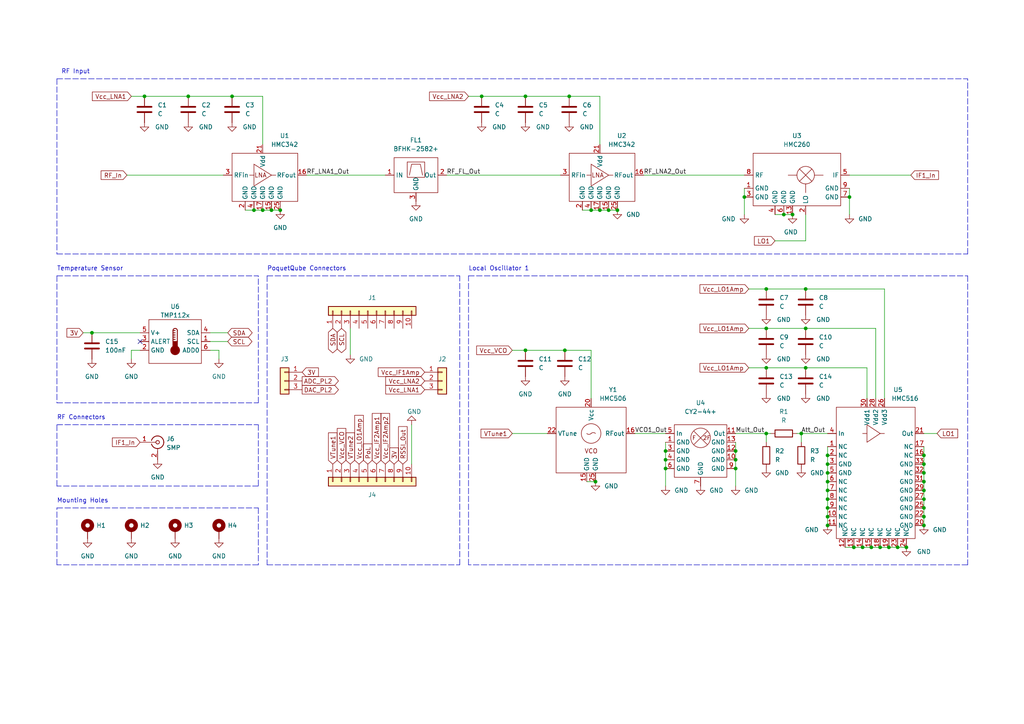
<source format=kicad_sch>
(kicad_sch (version 20211123) (generator eeschema)
  (paper "A4")
  (lib_symbols
    (symbol "Connector:Conn_Coaxial" (pin_names (offset 1.016) hide)
      (property "Reference" "J" (at 0.254 3.048 0))
      (property "Value" "Conn_Coaxial" (at 2.921 0 90))
      (symbol "Conn_Coaxial_0_1"
        (arc (start -1.778 -0.508) (mid 0.222 -1.808) (end 1.778 0) (stroke (width 0.254)))
        (polyline (pts (xy -2.54 0) (xy -0.508 0)))
        (polyline (pts (xy 0 -2.54) (xy 0 -1.778)))
        (circle (center 0 0) (radius 0.508) (stroke (width 0.2032)))
        (arc (start 1.778 0) (mid 0.222 1.8083) (end -1.778 0.508) (stroke (width 0.254)))
      )
      (symbol "Conn_Coaxial_1_1"
        (pin passive line (at -5.08 0 0) (length 2.54) (name "In") (number "1"))
        (pin passive line (at 0 -5.08 90) (length 2.54) (name "Ext") (number "2"))
      )
    )
    (symbol "Connector_Generic:Conn_01x03" (pin_names (offset 1.016) hide)
      (property "Reference" "J" (at 0 5.08 0))
      (property "Value" "Conn_01x03" (at 0 -5.08 0))
      (symbol "Conn_01x03_1_1"
        (rectangle (start -1.27 -2.413) (end 0 -2.667) (stroke (width 0.1524)))
        (rectangle (start -1.27 0.127) (end 0 -0.127) (stroke (width 0.1524)))
        (rectangle (start -1.27 2.667) (end 0 2.413) (stroke (width 0.1524)))
        (rectangle (start -1.27 3.81) (end 1.27 -3.81) (stroke (width 0.254)) (fill (type background)))
        (pin passive line (at -5.08 2.54 0) (length 3.81) (name "Pin_1") (number "1"))
        (pin passive line (at -5.08 0 0) (length 3.81) (name "Pin_2") (number "2"))
        (pin passive line (at -5.08 -2.54 0) (length 3.81) (name "Pin_3") (number "3"))
      )
    )
    (symbol "Connector_Generic:Conn_01x10" (pin_names (offset 1.016) hide)
      (property "Reference" "J" (at 0 12.7 0))
      (property "Value" "Conn_01x10" (at 0 -15.24 0))
      (symbol "Conn_01x10_1_1"
        (rectangle (start -1.27 -12.573) (end 0 -12.827) (stroke (width 0.1524)))
        (rectangle (start -1.27 -10.033) (end 0 -10.287) (stroke (width 0.1524)))
        (rectangle (start -1.27 -7.493) (end 0 -7.747) (stroke (width 0.1524)))
        (rectangle (start -1.27 -4.953) (end 0 -5.207) (stroke (width 0.1524)))
        (rectangle (start -1.27 -2.413) (end 0 -2.667) (stroke (width 0.1524)))
        (rectangle (start -1.27 0.127) (end 0 -0.127) (stroke (width 0.1524)))
        (rectangle (start -1.27 2.667) (end 0 2.413) (stroke (width 0.1524)))
        (rectangle (start -1.27 5.207) (end 0 4.953) (stroke (width 0.1524)))
        (rectangle (start -1.27 7.747) (end 0 7.493) (stroke (width 0.1524)))
        (rectangle (start -1.27 10.287) (end 0 10.033) (stroke (width 0.1524)))
        (rectangle (start -1.27 11.43) (end 1.27 -13.97) (stroke (width 0.254)) (fill (type background)))
        (pin passive line (at -5.08 10.16 0) (length 3.81) (name "Pin_1") (number "1"))
        (pin passive line (at -5.08 -12.7 0) (length 3.81) (name "Pin_10") (number "10"))
        (pin passive line (at -5.08 7.62 0) (length 3.81) (name "Pin_2") (number "2"))
        (pin passive line (at -5.08 5.08 0) (length 3.81) (name "Pin_3") (number "3"))
        (pin passive line (at -5.08 2.54 0) (length 3.81) (name "Pin_4") (number "4"))
        (pin passive line (at -5.08 0 0) (length 3.81) (name "Pin_5") (number "5"))
        (pin passive line (at -5.08 -2.54 0) (length 3.81) (name "Pin_6") (number "6"))
        (pin passive line (at -5.08 -5.08 0) (length 3.81) (name "Pin_7") (number "7"))
        (pin passive line (at -5.08 -7.62 0) (length 3.81) (name "Pin_8") (number "8"))
        (pin passive line (at -5.08 -10.16 0) (length 3.81) (name "Pin_9") (number "9"))
      )
    )
    (symbol "Device:C" (pin_numbers hide) (pin_names (offset 0.254))
      (property "Reference" "C" (at 0.635 2.54 0))
      (property "Value" "C" (at 0.635 -2.54 0))
      (symbol "C_0_1"
        (polyline (pts (xy -2.032 -0.762) (xy 2.032 -0.762)) (stroke (width 0.508)))
        (polyline (pts (xy -2.032 0.762) (xy 2.032 0.762)) (stroke (width 0.508)))
      )
      (symbol "C_1_1"
        (pin passive line (at 0 3.81 270) (length 2.794) (name "~") (number "1"))
        (pin passive line (at 0 -3.81 90) (length 2.794) (name "~") (number "2"))
      )
    )
    (symbol "Device:R" (pin_numbers hide) (pin_names (offset 0))
      (property "Reference" "R" (at 2.032 0 90))
      (property "Value" "R" (at 0 0 90))
      (symbol "R_0_1"
        (rectangle (start -1.016 -2.54) (end 1.016 2.54) (stroke (width 0.254)))
      )
      (symbol "R_1_1"
        (pin passive line (at 0 3.81 270) (length 1.27) (name "~") (number "1"))
        (pin passive line (at 0 -3.81 90) (length 1.27) (name "~") (number "2"))
      )
    )
    (symbol "GGS_Miscellaneous:TMP112x"
      (property "Reference" "U" (at 6.35 16.51 0))
      (property "Value" "TMP112x" (at 8.89 13.97 0))
      (symbol "TMP112x_0_0"
        (pin unspecified line (at 22.86 5.08 180) (length 2.54) (name "SCL") (number "1"))
        (pin unspecified line (at 2.54 2.54 0) (length 2.54) (name "GND") (number "2"))
        (pin unspecified line (at 2.54 5.08 0) (length 2.54) (name "ALERT") (number "3"))
        (pin unspecified line (at 22.86 7.62 180) (length 2.54) (name "SDA") (number "4"))
        (pin unspecified line (at 2.54 7.62 0) (length 2.54) (name "V+") (number "5"))
        (pin unspecified line (at 22.86 2.54 180) (length 2.54) (name "ADD0") (number "6"))
      )
      (symbol "TMP112x_0_1"
        (rectangle (start 5.08 11.43) (end 20.32 -1.27))
      )
      (symbol "TMP112x_1_1"
        (polyline (pts (xy 12.065 5.715) (xy 12.7 5.715)) (stroke (width 0.254)))
        (polyline (pts (xy 12.065 6.35) (xy 12.7 6.35)) (stroke (width 0.254)))
        (polyline (pts (xy 12.065 6.985) (xy 12.7 6.985)) (stroke (width 0.254)))
        (polyline (pts (xy 12.065 7.62) (xy 12.7 7.62)) (stroke (width 0.254)))
        (polyline (pts (xy 12.065 8.255) (xy 12.065 5.08)) (stroke (width 0.254)))
        (polyline (pts (xy 12.065 8.255) (xy 12.7 8.255)) (stroke (width 0.254)))
        (polyline (pts (xy 13.335 8.255) (xy 13.335 5.08)) (stroke (width 0.254)))
        (circle (center 12.7 2.54) (radius 1.27) (stroke (width 0.254)) (fill (type outline)))
        (rectangle (start 13.335 3.175) (end 12.065 5.08) (stroke (width 0.254)) (fill (type outline)))
        (arc (start 13.335 8.255) (mid 12.7 8.89) (end 12.065 8.255) (stroke (width 0.254)))
      )
    )
    (symbol "GGS_RF:BFHK-2582+"
      (property "Reference" "U" (at 0 0 0))
      (property "Value" "BFHK-2582+" (at 0 0 0))
      (symbol "BFHK-2582+_0_0"
        (polyline (pts (xy 8.255 6.35) (xy 8.89 9.525) (xy 11.43 9.525) (xy 12.065 6.35)))
        (rectangle (start 3.81 11.43) (end 16.51 1.27))
        (rectangle (start 7.62 10.16) (end 12.7 5.715))
        (pin input line (at 1.27 6.35 0) (length 2.54) (name "IN") (number "1"))
        (pin output line (at 19.05 6.35 180) (length 2.54) (name "Out") (number "2"))
        (pin passive line (at 10.16 -1.27 90) (length 2.54) (name "GND") (number "3"))
      )
    )
    (symbol "GGS_RF:CY2-44+"
      (property "Reference" "U" (at 10.16 13.97 0))
      (property "Value" "CY2-44+" (at 13.97 11.43 0))
      (symbol "CY2-44+_0_0"
        (text "2F" (at 5.588 6.35 0) (effects (font (size 1.143 1.143))))
        (text "F" (at 1.905 6.35 0) (effects (font (size 1.143 1.143))))
        (pin unspecified line (at -6.35 5.08 0) (length 2.54) (name "GND") (number "1"))
        (pin unspecified line (at 13.97 0 180) (length 2.54) (name "GND") (number "10"))
        (pin unspecified line (at 13.97 7.62 180) (length 2.54) (name "Out") (number "11"))
        (pin unspecified line (at 13.97 2.54 180) (length 2.54) (name "GND") (number "12"))
        (pin unspecified line (at 13.97 5.08 180) (length 2.54) (name "GND") (number "13"))
        (pin unspecified line (at 2.54 13.97 270) (length 2.54) hide (name "") (number "2"))
        (pin unspecified line (at -6.35 2.54 0) (length 2.54) (name "GND") (number "3"))
        (pin unspecified line (at -6.35 0 0) (length 2.54) (name "GND") (number "4"))
        (pin unspecified line (at -6.35 7.62 0) (length 2.54) (name "In") (number "5"))
        (pin unspecified line (at -6.35 -2.54 0) (length 2.54) (name "GND") (number "6"))
        (pin unspecified line (at 3.81 -7.62 90) (length 2.54) (name "GND") (number "7"))
        (pin unspecified line (at 6.35 13.97 270) (length 2.54) hide (name "") (number "8"))
        (pin unspecified line (at 13.97 -2.54 180) (length 2.54) (name "GND") (number "9"))
      )
      (symbol "CY2-44+_0_1"
        (rectangle (start -3.81 10.16) (end 11.43 -5.08))
        (polyline (pts (xy 1.905 8.255) (xy 5.715 4.445)))
        (polyline (pts (xy 5.715 8.255) (xy 1.905 4.445)))
        (circle (center 3.81 6.35) (radius 2.8398))
      )
    )
    (symbol "GGS_RF:HMC260"
      (property "Reference" "U" (at 1.27 22.86 0))
      (property "Value" "HMC260" (at 3.81 20.32 0))
      (symbol "HMC260_0_0"
        (pin unspecified line (at -2.54 10.16 0) (length 2.54) (name "GND") (number "1"))
        (pin unspecified line (at 6.35 -33.02 0) (length 2.54) hide (name "NC") (number "10"))
        (pin unspecified line (at 6.35 -35.56 0) (length 2.54) hide (name "NC") (number "11"))
        (pin unspecified line (at 6.35 -38.1 0) (length 2.54) hide (name "NC") (number "12"))
        (pin unspecified line (at 11.43 2.54 90) (length 2.54) (name "GND") (number "13"))
        (pin unspecified line (at 15.24 2.54 90) (length 2.54) (name "LO") (number "2"))
        (pin unspecified line (at -2.54 7.62 0) (length 2.54) (name "GND") (number "3"))
        (pin unspecified line (at 6.35 2.54 90) (length 2.54) (name "GND") (number "4"))
        (pin unspecified line (at 27.94 13.97 180) (length 2.54) (name "IF") (number "5"))
        (pin unspecified line (at 8.89 2.54 90) (length 2.54) (name "GND") (number "6"))
        (pin unspecified line (at 27.94 7.62 180) (length 2.54) (name "GND") (number "7"))
        (pin unspecified line (at -2.54 13.97 0) (length 2.54) (name "RF") (number "8"))
        (pin unspecified line (at 27.94 10.16 180) (length 2.54) (name "GND") (number "9"))
      )
      (symbol "HMC260_0_1"
        (polyline (pts (xy 12.7 13.97) (xy 10.16 13.97)))
        (polyline (pts (xy 15.24 11.43) (xy 15.24 8.89)))
        (polyline (pts (xy 17.018 12.192) (xy 13.462 15.748)))
        (polyline (pts (xy 17.018 15.748) (xy 13.462 12.192)))
        (polyline (pts (xy 17.78 13.97) (xy 20.32 13.97)))
        (rectangle (start 0 20.32) (end 25.4 5.08))
        (circle (center 15.24 13.97) (radius 2.54))
      )
    )
    (symbol "GGS_RF:HMC342"
      (property "Reference" "U" (at -3.81 22.86 0))
      (property "Value" "HMC342" (at -3.81 25.4 0))
      (symbol "HMC342_0_0"
        (text "LNA" (at 9.525 13.97 0) (effects (font (size 1.27 1.27))))
        (pin unspecified line (at 19.685 -10.795 0) (length 2.54) hide (name "") (number "1"))
        (pin unspecified line (at 19.685 -26.035 0) (length 2.54) hide (name "") (number "10"))
        (pin unspecified line (at 19.685 -28.575 0) (length 2.54) hide (name "") (number "11"))
        (pin unspecified line (at 5.715 -10.795 0) (length 2.54) hide (name "") (number "12"))
        (pin unspecified line (at 5.715 -13.335 0) (length 2.54) hide (name "") (number "13"))
        (pin unspecified line (at 5.715 -15.875 0) (length 2.54) hide (name "") (number "14"))
        (pin passive line (at 12.7 3.81 90) (length 2.54) (name "GND") (number "15"))
        (pin output line (at 22.86 13.97 180) (length 2.54) (name "RFout") (number "16"))
        (pin passive line (at 10.16 3.81 90) (length 2.54) (name "GND") (number "17"))
        (pin unspecified line (at 5.715 -18.415 0) (length 2.54) hide (name "") (number "18"))
        (pin unspecified line (at 5.715 -20.955 0) (length 2.54) hide (name "") (number "19"))
        (pin passive line (at 5.08 3.81 90) (length 2.54) (name "GND") (number "2"))
        (pin unspecified line (at 5.715 -23.495 0) (length 2.54) hide (name "") (number "20"))
        (pin passive line (at 10.16 22.86 270) (length 2.54) (name "Vdd") (number "21"))
        (pin unspecified line (at 5.715 -26.035 0) (length 2.54) hide (name "") (number "22"))
        (pin unspecified line (at 5.715 -28.575 0) (length 2.54) hide (name "") (number "23"))
        (pin unspecified line (at 19.685 -8.255 0) (length 2.54) hide (name "") (number "24"))
        (pin passive line (at 15.24 3.81 90) (length 2.54) (name "GND") (number "25"))
        (pin input line (at -1.27 13.97 0) (length 2.54) (name "RFin") (number "3"))
        (pin passive line (at 7.62 3.81 90) (length 2.54) (name "GND") (number "4"))
        (pin unspecified line (at 19.685 -13.335 0) (length 2.54) hide (name "") (number "5"))
        (pin unspecified line (at 19.685 -15.875 0) (length 2.54) hide (name "") (number "6"))
        (pin unspecified line (at 19.685 -18.415 0) (length 2.54) hide (name "") (number "7"))
        (pin unspecified line (at 19.685 -20.955 0) (length 2.54) hide (name "") (number "8"))
        (pin unspecified line (at 19.685 -23.495 0) (length 2.54) hide (name "") (number "9"))
      )
      (symbol "HMC342_0_1"
        (polyline (pts (xy 7.62 13.97) (xy 6.35 13.97)))
        (polyline (pts (xy 13.97 13.97) (xy 12.7 13.97)))
        (polyline (pts (xy 7.62 17.145) (xy 7.62 10.795) (xy 12.7 13.97) (xy 7.62 17.145)))
        (rectangle (start 1.27 20.32) (end 20.32 6.35))
      )
    )
    (symbol "GGS_RF:HMC506"
      (property "Reference" "Y" (at 21.59 26.67 0))
      (property "Value" "HMC506" (at 24.13 24.13 0))
      (symbol "HMC506_0_0"
        (text "VCO" (at 17.78 8.89 0) (effects (font (size 1.27 1.27))))
        (pin unspecified line (at 19.05 -13.97 0) (length 2.54) hide (name "") (number "1"))
        (pin unspecified line (at 34.29 -16.51 0) (length 2.54) hide (name "") (number "10"))
        (pin unspecified line (at 34.29 -19.05 0) (length 2.54) hide (name "") (number "11"))
        (pin unspecified line (at 34.29 -21.59 0) (length 2.54) hide (name "") (number "12"))
        (pin unspecified line (at 34.29 -24.13 0) (length 2.54) hide (name "") (number "13"))
        (pin unspecified line (at 34.29 -26.67 0) (length 2.54) hide (name "") (number "14"))
        (pin unspecified line (at 16.51 0 90) (length 2.54) (name "GND") (number "15"))
        (pin unspecified line (at 30.48 13.97 180) (length 2.54) (name "RFout") (number "16"))
        (pin unspecified line (at 3.81 -13.97 0) (length 2.54) hide (name "") (number "17"))
        (pin unspecified line (at 3.81 -16.51 0) (length 2.54) hide (name "") (number "18"))
        (pin unspecified line (at 3.81 -19.05 0) (length 2.54) hide (name "") (number "19"))
        (pin unspecified line (at 19.05 -16.51 0) (length 2.54) hide (name "") (number "2"))
        (pin unspecified line (at 17.78 24.13 270) (length 2.54) (name "Vcc") (number "20"))
        (pin unspecified line (at 3.81 -21.59 0) (length 2.54) hide (name "") (number "21"))
        (pin input line (at 5.08 13.97 0) (length 2.54) (name "VTune") (number "22"))
        (pin unspecified line (at 3.81 -24.13 0) (length 2.54) hide (name "") (number "23"))
        (pin unspecified line (at 3.81 -26.67 0) (length 2.54) hide (name "") (number "24"))
        (pin unspecified line (at 19.05 0 90) (length 2.54) (name "GND") (number "25"))
        (pin unspecified line (at 19.05 -19.05 0) (length 2.54) hide (name "") (number "3"))
        (pin unspecified line (at 19.05 -21.59 0) (length 2.54) hide (name "") (number "4"))
        (pin unspecified line (at 19.05 -24.13 0) (length 2.54) hide (name "") (number "5"))
        (pin unspecified line (at 19.05 -26.67 0) (length 2.54) hide (name "") (number "6"))
        (pin unspecified line (at 34.29 -8.89 0) (length 2.54) hide (name "") (number "7"))
        (pin unspecified line (at 34.29 -11.43 0) (length 2.54) hide (name "") (number "8"))
        (pin unspecified line (at 34.29 -13.97 0) (length 2.54) hide (name "") (number "9"))
      )
      (symbol "HMC506_0_1"
        (rectangle (start 7.62 21.59) (end 27.94 2.54))
        (arc (start 16.51 13.97) (mid 17.145 12.4247) (end 17.78 13.97))
        (circle (center 17.78 13.97) (radius 2.8398))
        (arc (start 19.05 13.97) (mid 18.415 15.503) (end 17.78 13.97))
      )
    )
    (symbol "GGS_RF:HMC516"
      (property "Reference" "U" (at 8.89 54.61 0))
      (property "Value" "HMC516" (at 11.43 52.07 0))
      (symbol "HMC516_0_0"
        (rectangle (start -10.16 49.53) (end 12.7 11.43))
        (polyline (pts (xy 2.54 41.91) (xy 3.81 41.91)))
        (polyline (pts (xy -2.54 41.91) (xy -1.27 41.91) (xy -1.27 39.37) (xy 2.54 41.91) (xy -1.27 44.45) (xy -1.27 41.91)))
        (pin unspecified line (at -12.7 38.1 0) (length 2.54) (name "NC") (number "1"))
        (pin unspecified line (at -12.7 17.78 0) (length 2.54) (name "NC") (number "10"))
        (pin unspecified line (at -12.7 15.24 0) (length 2.54) (name "NC") (number "11"))
        (pin unspecified line (at -7.62 8.89 90) (length 2.54) (name "NC") (number "12"))
        (pin unspecified line (at -5.08 8.89 90) (length 2.54) (name "NC") (number "13"))
        (pin unspecified line (at -2.54 8.89 90) (length 2.54) (name "NC") (number "14"))
        (pin unspecified line (at 0 8.89 90) (length 2.54) (name "NC") (number "15"))
        (pin unspecified line (at 15.24 35.56 180) (length 2.54) (name "NC") (number "16"))
        (pin unspecified line (at 15.24 38.1 180) (length 2.54) (name "NC") (number "17"))
        (pin unspecified line (at 2.54 8.89 90) (length 2.54) (name "NC") (number "18"))
        (pin unspecified line (at 5.08 8.89 90) (length 2.54) (name "NC") (number "19"))
        (pin unspecified line (at -12.7 35.56 0) (length 2.54) (name "NC") (number "2"))
        (pin unspecified line (at 15.24 15.24 180) (length 2.54) (name "GND") (number "20"))
        (pin unspecified line (at 15.24 41.91 180) (length 2.54) (name "Out") (number "21"))
        (pin unspecified line (at 15.24 17.78 180) (length 2.54) (name "GND") (number "22"))
        (pin unspecified line (at 7.62 8.89 90) (length 2.54) (name "NC") (number "23"))
        (pin unspecified line (at 10.16 8.89 90) (length 2.54) (name "NC") (number "24"))
        (pin unspecified line (at 15.24 20.32 180) (length 2.54) (name "GND") (number "25"))
        (pin unspecified line (at 3.81 52.07 270) (length 2.54) (name "Vdd3") (number "26"))
        (pin unspecified line (at 15.24 22.86 180) (length 2.54) (name "GND") (number "27"))
        (pin unspecified line (at 1.27 52.07 270) (length 2.54) (name "Vdd2") (number "28"))
        (pin unspecified line (at 15.24 25.4 180) (length 2.54) (name "GND") (number "29"))
        (pin unspecified line (at -12.7 33.02 0) (length 2.54) (name "GND") (number "3"))
        (pin unspecified line (at -1.27 52.07 270) (length 2.54) (name "Vdd1") (number "30"))
        (pin unspecified line (at 15.24 27.94 180) (length 2.54) (name "GND") (number "31"))
        (pin unspecified line (at 15.24 30.48 180) (length 2.54) (name "NC") (number "32"))
        (pin unspecified line (at 15.24 33.02 180) (length 2.54) (name "GND") (number "33"))
        (pin unspecified line (at -12.7 41.91 0) (length 2.54) (name "In") (number "4"))
        (pin unspecified line (at -12.7 30.48 0) (length 2.54) (name "GND") (number "5"))
        (pin unspecified line (at -12.7 27.94 0) (length 2.54) (name "NC") (number "6"))
        (pin unspecified line (at -12.7 25.4 0) (length 2.54) (name "NC") (number "7"))
        (pin unspecified line (at -12.7 22.86 0) (length 2.54) (name "NC") (number "8"))
        (pin unspecified line (at -12.7 20.32 0) (length 2.54) (name "NC") (number "9"))
      )
    )
    (symbol "HMC342_1"
      (property "Reference" "U" (at 17.78 22.86 0))
      (property "Value" "HMC342_1" (at 17.78 25.4 0))
      (symbol "HMC342_1_0_0"
        (text "LNA" (at 9.525 13.97 0) (effects (font (size 1.27 1.27))))
        (pin unspecified line (at 19.685 -10.795 0) (length 2.54) hide (name "") (number "1"))
        (pin unspecified line (at 19.685 -26.035 0) (length 2.54) hide (name "") (number "10"))
        (pin unspecified line (at 19.685 -28.575 0) (length 2.54) hide (name "") (number "11"))
        (pin unspecified line (at 5.715 -10.795 0) (length 2.54) hide (name "") (number "12"))
        (pin unspecified line (at 5.715 -13.335 0) (length 2.54) hide (name "") (number "13"))
        (pin unspecified line (at 5.715 -15.875 0) (length 2.54) hide (name "") (number "14"))
        (pin passive line (at 12.7 3.81 90) (length 2.54) (name "GND") (number "15"))
        (pin output line (at 22.86 13.97 180) (length 2.54) (name "RFout") (number "16"))
        (pin passive line (at 10.16 3.81 90) (length 2.54) (name "GND") (number "17"))
        (pin unspecified line (at 5.715 -18.415 0) (length 2.54) hide (name "") (number "18"))
        (pin unspecified line (at 5.715 -20.955 0) (length 2.54) hide (name "") (number "19"))
        (pin passive line (at 5.08 3.81 90) (length 2.54) (name "GND") (number "2"))
        (pin unspecified line (at 5.715 -23.495 0) (length 2.54) hide (name "") (number "20"))
        (pin passive line (at 10.16 22.86 270) (length 2.54) (name "Vdd") (number "21"))
        (pin unspecified line (at 5.715 -26.035 0) (length 2.54) hide (name "") (number "22"))
        (pin unspecified line (at 5.715 -28.575 0) (length 2.54) hide (name "") (number "23"))
        (pin unspecified line (at 19.685 -8.255 0) (length 2.54) hide (name "") (number "24"))
        (pin passive line (at 15.24 3.81 90) (length 2.54) (name "GND") (number "25"))
        (pin input line (at -1.27 13.97 0) (length 2.54) (name "RFin") (number "3"))
        (pin passive line (at 7.62 3.81 90) (length 2.54) (name "GND") (number "4"))
        (pin unspecified line (at 19.685 -13.335 0) (length 2.54) hide (name "") (number "5"))
        (pin unspecified line (at 19.685 -15.875 0) (length 2.54) hide (name "") (number "6"))
        (pin unspecified line (at 19.685 -18.415 0) (length 2.54) hide (name "") (number "7"))
        (pin unspecified line (at 19.685 -20.955 0) (length 2.54) hide (name "") (number "8"))
        (pin unspecified line (at 19.685 -23.495 0) (length 2.54) hide (name "") (number "9"))
      )
      (symbol "HMC342_1_0_1"
        (polyline (pts (xy 7.62 13.97) (xy 6.35 13.97)))
        (polyline (pts (xy 13.97 13.97) (xy 12.7 13.97)))
        (polyline (pts (xy 7.62 17.145) (xy 7.62 10.795) (xy 12.7 13.97) (xy 7.62 17.145)))
        (rectangle (start 1.27 20.32) (end 20.32 6.35))
      )
    )
    (symbol "Mechanical:MountingHole_Pad" (pin_numbers hide) (pin_names (offset 1.016) hide)
      (property "Reference" "H" (at 0 6.35 0))
      (property "Value" "MountingHole_Pad" (at 0 4.445 0))
      (symbol "MountingHole_Pad_0_1"
        (circle (center 0 1.27) (radius 1.27) (stroke (width 1.27)))
      )
      (symbol "MountingHole_Pad_1_1"
        (pin input line (at 0 -2.54 90) (length 2.54) (name "1") (number "1"))
      )
    )
    (symbol "power:GND" (power) (pin_names (offset 0))
      (property "Value" "GND" (at 0 -3.81 0))
      (symbol "GND_0_1"
        (polyline (pts (xy 0 0) (xy 0 -1.27) (xy 1.27 -1.27) (xy 0 -2.54) (xy -1.27 -1.27) (xy 0 -1.27)))
      )
      (symbol "GND_1_1"
        (pin power_in line (at 0 0 270) (length 0) hide (name "GND") (number "1"))
      )
    )
  )
  (junction (at 163.83 101.6))
  (junction (at 81.28 60.96))
  (junction (at 240.03 142.24))
  (junction (at 41.91 27.94))
  (junction (at 252.73 158.75))
  (junction (at 233.68 83.82))
  (junction (at 240.03 139.7))
  (junction (at 267.97 137.16))
  (junction (at 54.61 27.94))
  (junction (at 139.7 27.94))
  (junction (at 247.65 158.75))
  (junction (at 240.03 147.32))
  (junction (at 213.36 133.35))
  (junction (at 67.31 27.94))
  (junction (at 257.81 158.75))
  (junction (at 267.97 147.32))
  (junction (at 267.97 134.62))
  (junction (at 76.2 60.96))
  (junction (at 240.03 149.86))
  (junction (at 229.87 62.23))
  (junction (at 193.04 130.81))
  (junction (at 222.25 95.25))
  (junction (at 179.07 60.96))
  (junction (at 152.4 27.94))
  (junction (at 165.1 27.94))
  (junction (at 240.03 134.62))
  (junction (at 260.35 158.75))
  (junction (at 255.27 158.75))
  (junction (at 233.68 106.68))
  (junction (at 26.67 96.52))
  (junction (at 267.97 132.08))
  (junction (at 215.9 57.15))
  (junction (at 213.36 135.89))
  (junction (at 267.97 149.86))
  (junction (at 227.33 62.23))
  (junction (at 262.89 158.75))
  (junction (at 240.03 152.4))
  (junction (at 250.19 158.75))
  (junction (at 222.25 83.82))
  (junction (at 152.4 101.6))
  (junction (at 240.03 137.16))
  (junction (at 267.97 139.7))
  (junction (at 232.41 125.73))
  (junction (at 267.97 142.24))
  (junction (at 78.74 60.96))
  (junction (at 171.45 60.96))
  (junction (at 246.38 57.15))
  (junction (at 222.25 125.73))
  (junction (at 222.25 106.68))
  (junction (at 172.72 139.7))
  (junction (at 193.04 133.35))
  (junction (at 73.66 60.96))
  (junction (at 267.97 152.4))
  (junction (at 173.99 60.96))
  (junction (at 240.03 144.78))
  (junction (at 193.04 135.89))
  (junction (at 176.53 60.96))
  (junction (at 240.03 132.08))
  (junction (at 267.97 144.78))
  (junction (at 213.36 130.81))
  (junction (at 233.68 95.25))
  (no_connect (at 40.64 99.06))
  (wire (pts (xy 54.61 27.94) (xy 41.91 27.94)))
  (wire (pts (xy 231.14 125.73) (xy 232.41 125.73)))
  (wire (pts (xy 217.17 83.82) (xy 222.25 83.82)))
  (wire (pts (xy 271.78 125.73) (xy 267.97 125.73)))
  (wire (pts (xy 71.12 60.96) (xy 73.66 60.96)))
  (wire (pts (xy 76.2 27.94) (xy 67.31 27.94)))
  (wire (pts (xy 240.03 149.86) (xy 240.03 152.4)))
  (wire (pts (xy 232.41 125.73) (xy 232.41 128.27)))
  (polyline (pts (xy 135.89 163.83) (xy 135.89 80.01)))
  (wire (pts (xy 193.04 140.97) (xy 193.04 135.89)))
  (wire (pts (xy 129.54 50.8) (xy 162.56 50.8)))
  (polyline (pts (xy 74.93 116.84) (xy 74.93 80.01)))
  (wire (pts (xy 246.38 62.23) (xy 246.38 57.15)))
  (wire (pts (xy 163.83 101.6) (xy 152.4 101.6)))
  (wire (pts (xy 267.97 129.54) (xy 267.97 132.08)))
  (wire (pts (xy 165.1 27.94) (xy 152.4 27.94)))
  (wire (pts (xy 240.03 132.08) (xy 240.03 134.62)))
  (wire (pts (xy 163.83 101.6) (xy 171.45 101.6)))
  (wire (pts (xy 60.96 101.6) (xy 63.5 101.6)))
  (wire (pts (xy 135.89 27.94) (xy 139.7 27.94)))
  (polyline (pts (xy 280.67 163.83) (xy 135.89 163.83)))
  (wire (pts (xy 38.1 101.6) (xy 38.1 104.14)))
  (wire (pts (xy 240.03 134.62) (xy 240.03 137.16)))
  (polyline (pts (xy 16.51 73.66) (xy 280.67 73.66)))
  (wire (pts (xy 213.36 133.35) (xy 213.36 135.89)))
  (wire (pts (xy 246.38 54.61) (xy 246.38 57.15)))
  (wire (pts (xy 240.03 142.24) (xy 240.03 144.78)))
  (wire (pts (xy 76.2 60.96) (xy 78.74 60.96)))
  (polyline (pts (xy 77.47 80.01) (xy 133.35 80.01)))
  (wire (pts (xy 101.6 102.87) (xy 101.6 95.25)))
  (wire (pts (xy 254 115.57) (xy 254 95.25)))
  (wire (pts (xy 267.97 132.08) (xy 267.97 134.62)))
  (wire (pts (xy 119.38 123.19) (xy 119.38 134.62)))
  (wire (pts (xy 267.97 144.78) (xy 267.97 147.32)))
  (wire (pts (xy 267.97 149.86) (xy 267.97 152.4)))
  (polyline (pts (xy 135.89 80.01) (xy 280.67 80.01)))
  (wire (pts (xy 232.41 125.73) (xy 240.03 125.73)))
  (wire (pts (xy 148.59 125.73) (xy 158.75 125.73)))
  (wire (pts (xy 267.97 147.32) (xy 267.97 149.86)))
  (polyline (pts (xy 280.67 73.66) (xy 280.67 22.86)))
  (wire (pts (xy 217.17 106.68) (xy 222.25 106.68)))
  (wire (pts (xy 252.73 158.75) (xy 255.27 158.75)))
  (wire (pts (xy 264.16 50.8) (xy 246.38 50.8)))
  (wire (pts (xy 222.25 106.68) (xy 233.68 106.68)))
  (wire (pts (xy 227.33 62.23) (xy 229.87 62.23)))
  (wire (pts (xy 215.9 54.61) (xy 215.9 57.15)))
  (wire (pts (xy 256.54 83.82) (xy 233.68 83.82)))
  (polyline (pts (xy 16.51 22.86) (xy 16.51 73.66)))
  (wire (pts (xy 78.74 60.96) (xy 81.28 60.96)))
  (wire (pts (xy 245.11 158.75) (xy 247.65 158.75)))
  (wire (pts (xy 222.25 125.73) (xy 223.52 125.73)))
  (wire (pts (xy 240.03 129.54) (xy 240.03 132.08)))
  (wire (pts (xy 73.66 60.96) (xy 76.2 60.96)))
  (polyline (pts (xy 77.47 163.83) (xy 133.35 163.83)))
  (polyline (pts (xy 74.93 123.19) (xy 74.93 140.97)))
  (wire (pts (xy 38.1 27.94) (xy 41.91 27.94)))
  (wire (pts (xy 222.25 83.82) (xy 233.68 83.82)))
  (wire (pts (xy 213.36 140.97) (xy 213.36 135.89)))
  (polyline (pts (xy 74.93 140.97) (xy 16.51 140.97)))
  (wire (pts (xy 193.04 133.35) (xy 193.04 135.89)))
  (wire (pts (xy 267.97 139.7) (xy 267.97 142.24)))
  (wire (pts (xy 222.25 125.73) (xy 222.25 128.27)))
  (wire (pts (xy 24.13 96.52) (xy 26.67 96.52)))
  (polyline (pts (xy 16.51 147.32) (xy 74.93 147.32)))
  (polyline (pts (xy 16.51 163.83) (xy 16.51 147.32)))
  (wire (pts (xy 193.04 128.27) (xy 193.04 130.81)))
  (wire (pts (xy 213.36 130.81) (xy 213.36 133.35)))
  (wire (pts (xy 240.03 139.7) (xy 240.03 142.24)))
  (wire (pts (xy 88.9 50.8) (xy 111.76 50.8)))
  (wire (pts (xy 36.83 50.8) (xy 64.77 50.8)))
  (wire (pts (xy 254 95.25) (xy 233.68 95.25)))
  (wire (pts (xy 186.69 50.8) (xy 215.9 50.8)))
  (wire (pts (xy 171.45 115.57) (xy 171.45 101.6)))
  (wire (pts (xy 240.03 144.78) (xy 240.03 147.32)))
  (wire (pts (xy 152.4 27.94) (xy 139.7 27.94)))
  (wire (pts (xy 217.17 95.25) (xy 222.25 95.25)))
  (polyline (pts (xy 16.51 116.84) (xy 74.93 116.84)))
  (polyline (pts (xy 16.51 123.19) (xy 74.93 123.19)))
  (wire (pts (xy 233.68 62.23) (xy 233.68 69.85)))
  (wire (pts (xy 213.36 125.73) (xy 222.25 125.73)))
  (wire (pts (xy 40.64 101.6) (xy 38.1 101.6)))
  (wire (pts (xy 267.97 134.62) (xy 267.97 137.16)))
  (wire (pts (xy 66.04 99.06) (xy 60.96 99.06)))
  (polyline (pts (xy 280.67 80.01) (xy 280.67 163.83)))
  (wire (pts (xy 213.36 128.27) (xy 213.36 130.81)))
  (wire (pts (xy 215.9 62.23) (xy 215.9 57.15)))
  (wire (pts (xy 168.91 60.96) (xy 171.45 60.96)))
  (polyline (pts (xy 74.93 147.32) (xy 74.93 163.83)))
  (wire (pts (xy 267.97 142.24) (xy 267.97 144.78)))
  (wire (pts (xy 247.65 158.75) (xy 250.19 158.75)))
  (wire (pts (xy 63.5 101.6) (xy 63.5 104.14)))
  (wire (pts (xy 173.99 60.96) (xy 176.53 60.96)))
  (wire (pts (xy 66.04 96.52) (xy 60.96 96.52)))
  (wire (pts (xy 224.79 62.23) (xy 227.33 62.23)))
  (wire (pts (xy 173.99 27.94) (xy 173.99 41.91)))
  (wire (pts (xy 184.15 125.73) (xy 193.04 125.73)))
  (wire (pts (xy 193.04 130.81) (xy 193.04 133.35)))
  (wire (pts (xy 251.46 106.68) (xy 233.68 106.68)))
  (wire (pts (xy 250.19 158.75) (xy 252.73 158.75)))
  (wire (pts (xy 260.35 158.75) (xy 262.89 158.75)))
  (wire (pts (xy 255.27 158.75) (xy 257.81 158.75)))
  (wire (pts (xy 222.25 95.25) (xy 233.68 95.25)))
  (wire (pts (xy 173.99 27.94) (xy 165.1 27.94)))
  (polyline (pts (xy 77.47 80.01) (xy 77.47 163.83)))
  (wire (pts (xy 76.2 27.94) (xy 76.2 41.91)))
  (wire (pts (xy 240.03 147.32) (xy 240.03 149.86)))
  (polyline (pts (xy 16.51 80.01) (xy 16.51 116.84)))
  (polyline (pts (xy 16.51 80.01) (xy 74.93 80.01)))
  (wire (pts (xy 251.46 115.57) (xy 251.46 106.68)))
  (wire (pts (xy 240.03 137.16) (xy 240.03 139.7)))
  (wire (pts (xy 26.67 96.52) (xy 40.64 96.52)))
  (polyline (pts (xy 74.93 163.83) (xy 16.51 163.83)))
  (wire (pts (xy 256.54 115.57) (xy 256.54 83.82)))
  (polyline (pts (xy 16.51 140.97) (xy 16.51 123.19)))
  (wire (pts (xy 176.53 60.96) (xy 179.07 60.96)))
  (wire (pts (xy 67.31 27.94) (xy 54.61 27.94)))
  (wire (pts (xy 170.18 139.7) (xy 172.72 139.7)))
  (wire (pts (xy 267.97 137.16) (xy 267.97 139.7)))
  (wire (pts (xy 148.59 101.6) (xy 152.4 101.6)))
  (polyline (pts (xy 133.35 163.83) (xy 133.35 80.01)))
  (wire (pts (xy 233.68 69.85) (xy 224.79 69.85)))
  (wire (pts (xy 171.45 60.96) (xy 173.99 60.96)))
  (wire (pts (xy 257.81 158.75) (xy 260.35 158.75)))
  (polyline (pts (xy 16.51 22.86) (xy 280.67 22.86)))
  (text "Mounting Holes" (at 16.51 146.05 0) (effects (font (size 1.27 1.27)) (justify left bottom)))
  (text "PoquetQube Connectors" (at 77.47 78.74 0) (effects (font (size 1.27 1.27)) (justify left bottom)))
  (text "RF Input" (at 17.78 21.59 0) (effects (font (size 1.27 1.27)) (justify left bottom)))
  (text "Temperature Sensor" (at 16.51 78.74 0) (effects (font (size 1.27 1.27)) (justify left bottom)))
  (text "RF Connectors\n" (at 16.51 121.92 0) (effects (font (size 1.27 1.27)) (justify left bottom)))
  (text "Local Oscillator 1" (at 135.89 78.74 0) (effects (font (size 1.27 1.27)) (justify left bottom)))
  (label "Mult_Out" (at 213.36 125.73 0))
  (label "RF_LNA2_Out" (at 186.69 50.8 0))
  (label "RF_LNA1_Out" (at 88.9 50.8 0))
  (label "Att_Out" (at 232.41 125.73 0))
  (label "VCO1_Out" (at 184.15 125.73 0))
  (label "RF_FL_Out" (at 129.54 50.8 0))
  (global_label "3V" (shape input) (at 24.13 96.52 180) (property "Intersheet References" "${INTERSHEET_REFS}" (effects hide)))
  (global_label "Vcc_LNA1" (shape input) (at 123.19 113.03 180) (property "Intersheet References" "${INTERSHEET_REFS}" (effects hide)))
  (global_label "LO1" (shape input) (at 224.79 69.85 180) (property "Intersheet References" "${INTERSHEET_REFS}" (effects hide)))
  (global_label "Vcc_IF2Amp2" (shape input) (at 111.76 134.62 90) (property "Intersheet References" "${INTERSHEET_REFS}" (effects hide)))
  (global_label "Vcc_LO1Amp" (shape input) (at 104.14 134.62 90) (property "Intersheet References" "${INTERSHEET_REFS}" (effects hide)))
  (global_label "3V" (shape input) (at 114.3 134.62 90) (property "Intersheet References" "${INTERSHEET_REFS}" (effects hide)))
  (global_label "SCL" (shape bidirectional) (at 99.06 95.25 270) (property "Intersheet References" "${INTERSHEET_REFS}" (effects hide)))
  (global_label "PoL" (shape input) (at 106.68 134.62 90) (property "Intersheet References" "${INTERSHEET_REFS}" (effects hide)))
  (global_label "LO1" (shape input) (at 271.78 125.73 0) (property "Intersheet References" "${INTERSHEET_REFS}" (effects hide)))
  (global_label "Vcc_LNA2" (shape input) (at 123.19 110.49 180) (property "Intersheet References" "${INTERSHEET_REFS}" (effects hide)))
  (global_label "RSSI_Out" (shape input) (at 116.84 134.62 90) (property "Intersheet References" "${INTERSHEET_REFS}" (effects hide)))
  (global_label "DAC_PL2" (shape output) (at 87.63 113.03 0) (property "Intersheet References" "${INTERSHEET_REFS}" (effects hide)))
  (global_label "IF1_In" (shape input) (at 264.16 50.8 0) (property "Intersheet References" "${INTERSHEET_REFS}" (effects hide)))
  (global_label "VTune1" (shape input) (at 148.59 125.73 180) (property "Intersheet References" "${INTERSHEET_REFS}" (effects hide)))
  (global_label "3V" (shape input) (at 87.63 107.95 0) (property "Intersheet References" "${INTERSHEET_REFS}" (effects hide)))
  (global_label "Vcc_LO1Amp" (shape input) (at 217.17 83.82 180) (property "Intersheet References" "${INTERSHEET_REFS}" (effects hide)))
  (global_label "Vcc_VCO" (shape input) (at 99.06 134.62 90) (property "Intersheet References" "${INTERSHEET_REFS}" (effects hide)))
  (global_label "Vcc_IF1Amp" (shape input) (at 123.19 107.95 180) (property "Intersheet References" "${INTERSHEET_REFS}" (effects hide)))
  (global_label "Vcc_IF2Amp1" (shape input) (at 109.22 134.62 90) (property "Intersheet References" "${INTERSHEET_REFS}" (effects hide)))
  (global_label "IF1_In" (shape input) (at 40.64 128.27 180) (property "Intersheet References" "${INTERSHEET_REFS}" (effects hide)))
  (global_label "VTune2" (shape input) (at 101.6 134.62 90) (property "Intersheet References" "${INTERSHEET_REFS}" (effects hide)))
  (global_label "SDA" (shape bidirectional) (at 96.52 95.25 270) (property "Intersheet References" "${INTERSHEET_REFS}" (effects hide)))
  (global_label "VTune1" (shape input) (at 96.52 134.62 90) (property "Intersheet References" "${INTERSHEET_REFS}" (effects hide)))
  (global_label "SDA" (shape bidirectional) (at 66.04 96.52 0) (property "Intersheet References" "${INTERSHEET_REFS}" (effects hide)))
  (global_label "RF_In" (shape input) (at 36.83 50.8 180) (property "Intersheet References" "${INTERSHEET_REFS}" (effects hide)))
  (global_label "Vcc_VCO" (shape input) (at 148.59 101.6 180) (property "Intersheet References" "${INTERSHEET_REFS}" (effects hide)))
  (global_label "Vcc_LO1Amp" (shape input) (at 217.17 106.68 180) (property "Intersheet References" "${INTERSHEET_REFS}" (effects hide)))
  (global_label "Vcc_LNA2" (shape input) (at 135.89 27.94 180) (property "Intersheet References" "${INTERSHEET_REFS}" (effects hide)))
  (global_label "ADC_PL2" (shape output) (at 87.63 110.49 0) (property "Intersheet References" "${INTERSHEET_REFS}" (effects hide)))
  (global_label "Vcc_LO1Amp" (shape input) (at 217.17 95.25 180) (property "Intersheet References" "${INTERSHEET_REFS}" (effects hide)))
  (global_label "SCL" (shape bidirectional) (at 66.04 99.06 0) (property "Intersheet References" "${INTERSHEET_REFS}" (effects hide)))
  (global_label "Vcc_LNA1" (shape input) (at 38.1 27.94 180) (property "Intersheet References" "${INTERSHEET_REFS}" (effects hide)))
  (symbol (lib_id "power:GND") (at 262.89 158.75 0) (unit 1)
    (property "Reference" "#PWR036" (effects hide))
    (property "Value" "GND" (at 267.97 160.02 0))
  )
  (symbol (lib_id "power:GND") (at 38.1 156.21 0) (unit 1)
    (property "Reference" "#PWR0101" (effects hide))
    (property "Value" "GND" (at 38.1 161.29 0))
  )
  (symbol (lib_id "power:GND") (at 233.68 91.44 0) (unit 1)
    (property "Reference" "#PWR014" (effects hide))
    (property "Value" "GND" (at 238.76 92.71 0))
  )
  (symbol (lib_id "power:GND") (at 222.25 114.3 0) (unit 1)
    (property "Reference" "#PWR023" (effects hide))
    (property "Value" "GND" (at 227.33 115.57 0))
  )
  (symbol (lib_id "power:GND") (at 179.07 60.96 0) (unit 1)
    (property "Reference" "#PWR09" (effects hide))
    (property "Value" "GND" (at 181.61 62.2299 0) (effects (justify left)))
  )
  (symbol (lib_id "power:GND") (at 67.31 35.56 0) (unit 1)
    (property "Reference" "#PWR03" (effects hide))
    (property "Value" "GND" (at 72.39 36.83 0))
  )
  (symbol (lib_id "power:GND") (at 267.97 152.4 0) (unit 1)
    (property "Reference" "#PWR035" (effects hide))
    (property "Value" "GND" (at 270.51 153.6699 0) (effects (justify left)))
  )
  (symbol (lib_id "Device:C") (at 152.4 31.75 0) (unit 1)
    (property "Reference" "C5" (at 156.21 30.4799 0) (effects (justify left)))
    (property "Value" "C" (at 156.21 33.0199 0) (effects (justify left)))
    (property "Footprint" "Capacitor_SMD:C_0402_1005Metric" (effects hide))
  )
  (symbol (lib_id "power:GND") (at 54.61 35.56 0) (unit 1)
    (property "Reference" "#PWR02" (effects hide))
    (property "Value" "GND" (at 59.69 36.83 0))
  )
  (symbol (lib_id "Device:C") (at 152.4 105.41 0) (unit 1)
    (property "Reference" "C11" (at 156.21 104.1399 0) (effects (justify left)))
    (property "Value" "C" (at 156.21 106.6799 0) (effects (justify left)))
    (property "Footprint" "Capacitor_SMD:C_0402_1005Metric" (effects hide))
  )
  (symbol (lib_id "power:GND") (at 193.04 140.97 0) (unit 1)
    (property "Reference" "#PWR031" (effects hide))
    (property "Value" "GND" (at 195.58 142.2399 0) (effects (justify left)))
  )
  (symbol (lib_id "power:GND") (at 63.5 104.14 0) (unit 1)
    (property "Reference" "#PWR039" (effects hide))
    (property "Value" "GND" (at 63.5 109.22 0))
  )
  (symbol (lib_id "GGS_RF:CY2-44+") (at 199.39 133.35 0) (unit 1)
    (property "Reference" "U4" (at 203.2 116.84 0))
    (property "Value" "CY2-44+" (at 203.2 119.38 0))
    (property "Footprint" "Package_DFN_QFN:QFN-12-1EP_3x3mm_P0.5mm_EP1.65x1.65mm" (effects hide))
  )
  (symbol (lib_id "power:GND") (at 81.28 60.96 0) (unit 1)
    (property "Reference" "#PWR08" (effects hide))
    (property "Value" "GND" (at 81.28 66.04 0))
  )
  (symbol (lib_id "Device:C") (at 233.68 99.06 0) (unit 1)
    (property "Reference" "C10" (at 237.49 97.7899 0) (effects (justify left)))
    (property "Value" "C" (at 237.49 100.3299 0) (effects (justify left)))
    (property "Footprint" "Capacitor_SMD:C_0402_1005Metric" (effects hide))
  )
  (symbol (lib_id "power:GND") (at 45.72 133.35 0) (unit 1)
    (property "Reference" "#PWR029" (effects hide))
    (property "Value" "GND" (at 45.72 138.43 0))
  )
  (symbol (lib_id "GGS_RF:HMC516") (at 252.73 167.64 0) (unit 1)
    (property "Reference" "U5" (at 259.08 113.03 0) (effects (justify left)))
    (property "Value" "HMC516" (at 258.5594 115.57 0) (effects (justify left)))
    (property "Footprint" "Package_DFN_QFN:QFN-32-1EP_5x5mm_P0.5mm_EP3.6x3.6mm" (effects hide))
  )
  (symbol (lib_name "HMC342_1") (lib_id "GGS_RF:HMC342") (at 66.04 64.77 0) (unit 1)
    (property "Reference" "U1" (at 82.55 39.37 0))
    (property "Value" "HMC342" (at 82.55 41.91 0))
    (property "Footprint" "Package_DFN_QFN:QFN-24-1EP_4x4mm_P0.5mm_EP2.6x2.6mm" (effects hide))
  )
  (symbol (lib_id "power:GND") (at 163.83 109.22 0) (unit 1)
    (property "Reference" "#PWR022" (effects hide))
    (property "Value" "GND" (at 163.83 114.3 0))
  )
  (symbol (lib_id "Connector_Generic:Conn_01x03") (at 82.55 110.49 0) (mirror y) (unit 1)
    (property "Reference" "J3" (at 82.55 104.14 0))
    (property "Value" "Conn_01x03" (effects hide))
    (property "Footprint" "Connector_PinHeader_2.54mm:PinHeader_1x03_P2.54mm_Vertical" (effects hide))
  )
  (symbol (lib_id "Connector_Generic:Conn_01x10") (at 106.68 90.17 90) (unit 1)
    (property "Reference" "J1" (at 107.95 86.36 90))
    (property "Value" "Conn_01x10" (effects hide))
    (property "Footprint" "Connector_PinHeader_2.54mm:PinHeader_1x10_P2.54mm_Vertical" (effects hide))
  )
  (symbol (lib_id "Device:C") (at 163.83 105.41 0) (unit 1)
    (property "Reference" "C12" (at 167.64 104.1399 0) (effects (justify left)))
    (property "Value" "C" (at 167.64 106.6799 0) (effects (justify left)))
    (property "Footprint" "Capacitor_SMD:C_0402_1005Metric" (effects hide))
  )
  (symbol (lib_id "power:GND") (at 50.8 156.21 0) (unit 1)
    (property "Reference" "#PWR0103" (effects hide))
    (property "Value" "GND" (at 50.8 161.29 0))
  )
  (symbol (lib_id "Device:R") (at 232.41 132.08 0) (unit 1)
    (property "Reference" "R3" (at 234.95 130.8099 0) (effects (justify left)))
    (property "Value" "R" (at 234.95 133.3499 0) (effects (justify left)))
    (property "Footprint" "Resistor_SMD:R_0402_1005Metric" (effects hide))
  )
  (symbol (lib_id "power:GND") (at 240.03 152.4 0) (unit 1)
    (property "Reference" "#PWR034" (effects hide))
    (property "Value" "GND" (at 237.49 153.6699 0) (effects (justify right)))
  )
  (symbol (lib_id "GGS_RF:HMC342") (at 163.83 64.77 0) (unit 1)
    (property "Reference" "U2" (at 180.34 39.37 0))
    (property "Value" "HMC342" (at 180.34 41.91 0))
    (property "Footprint" "Package_DFN_QFN:QFN-24-1EP_4x4mm_P0.5mm_EP2.6x2.6mm" (effects hide))
  )
  (symbol (lib_id "Device:C") (at 233.68 110.49 0) (unit 1)
    (property "Reference" "C14" (at 237.49 109.2199 0) (effects (justify left)))
    (property "Value" "C" (at 237.49 111.7599 0) (effects (justify left)))
    (property "Footprint" "Capacitor_SMD:C_0402_1005Metric" (effects hide))
  )
  (symbol (lib_id "power:GND") (at 25.4 156.21 0) (unit 1)
    (property "Reference" "#PWR0104" (effects hide))
    (property "Value" "GND" (at 25.4 161.29 0))
  )
  (symbol (lib_id "power:GND") (at 120.65 58.42 0) (unit 1)
    (property "Reference" "#PWR07" (effects hide))
    (property "Value" "GND" (at 120.65 63.5 0))
  )
  (symbol (lib_id "power:GND") (at 215.9 62.23 0) (unit 1)
    (property "Reference" "#PWR010" (effects hide))
    (property "Value" "GND" (at 213.36 63.4999 0) (effects (justify right)))
  )
  (symbol (lib_id "power:GND") (at 119.38 123.19 180) (unit 1)
    (property "Reference" "#PWR0105" (effects hide))
    (property "Value" "GND" (at 118.11 119.38 0) (effects (justify right)))
  )
  (symbol (lib_id "Device:C") (at 222.25 110.49 0) (unit 1)
    (property "Reference" "C13" (at 226.06 109.2199 0) (effects (justify left)))
    (property "Value" "C" (at 226.06 111.7599 0) (effects (justify left)))
    (property "Footprint" "Capacitor_SMD:C_0402_1005Metric" (effects hide))
  )
  (symbol (lib_id "Connector_Generic:Conn_01x10") (at 106.68 139.7 90) (mirror x) (unit 1)
    (property "Reference" "J4" (at 107.95 143.51 90))
    (property "Value" "Conn_01x10" (effects hide))
    (property "Footprint" "Connector_PinHeader_2.54mm:PinHeader_1x10_P2.54mm_Vertical" (effects hide))
  )
  (symbol (lib_id "power:GND") (at 222.25 102.87 0) (unit 1)
    (property "Reference" "#PWR018" (effects hide))
    (property "Value" "GND" (at 227.33 104.14 0))
  )
  (symbol (lib_id "power:GND") (at 63.5 156.21 0) (unit 1)
    (property "Reference" "#PWR0106" (effects hide))
    (property "Value" "GND" (at 63.5 161.29 0))
  )
  (symbol (lib_id "Device:C") (at 139.7 31.75 0) (unit 1)
    (property "Reference" "C4" (at 143.51 30.4799 0) (effects (justify left)))
    (property "Value" "C" (at 143.51 33.0199 0) (effects (justify left)))
    (property "Footprint" "Capacitor_SMD:C_0402_1005Metric" (effects hide))
  )
  (symbol (lib_id "power:GND") (at 203.2 140.97 0) (unit 1)
    (property "Reference" "#PWR032" (effects hide))
    (property "Value" "GND" (at 205.74 142.2399 0) (effects (justify left)))
  )
  (symbol (lib_id "power:GND") (at 233.68 114.3 0) (unit 1)
    (property "Reference" "#PWR024" (effects hide))
    (property "Value" "GND" (at 238.76 115.57 0))
  )
  (symbol (lib_id "GGS_Miscellaneous:TMP112x") (at 38.1 104.14 0) (unit 1)
    (property "Reference" "U6" (at 50.8 88.9 0))
    (property "Value" "TMP112x" (at 50.8 91.44 0))
    (property "Footprint" "Package_TO_SOT_SMD:SOT-563" (effects hide))
  )
  (symbol (lib_id "power:GND") (at 38.1 104.14 0) (unit 1)
    (property "Reference" "#PWR038" (effects hide))
    (property "Value" "GND" (at 38.1 109.22 0))
  )
  (symbol (lib_id "power:GND") (at 232.41 135.89 0) (unit 1)
    (property "Reference" "#PWR028" (effects hide))
    (property "Value" "GND" (at 234.95 137.1599 0) (effects (justify left)))
  )
  (symbol (lib_id "Device:R") (at 222.25 132.08 0) (unit 1)
    (property "Reference" "R2" (at 224.79 130.8099 0) (effects (justify left)))
    (property "Value" "R" (at 224.79 133.3499 0) (effects (justify left)))
    (property "Footprint" "Resistor_SMD:R_0402_1005Metric" (effects hide))
  )
  (symbol (lib_id "power:GND") (at 229.87 62.23 0) (unit 1)
    (property "Reference" "#PWR011" (effects hide))
    (property "Value" "GND" (at 227.33 67.31 0) (effects (justify left)))
  )
  (symbol (lib_id "power:GND") (at 172.72 139.7 0) (unit 1)
    (property "Reference" "#PWR030" (effects hide))
    (property "Value" "GND" (at 175.26 140.9699 0) (effects (justify left)))
  )
  (symbol (lib_id "power:GND") (at 139.7 35.56 0) (unit 1)
    (property "Reference" "#PWR04" (effects hide))
    (property "Value" "GND" (at 144.78 36.83 0))
  )
  (symbol (lib_id "Connector_Generic:Conn_01x03") (at 128.27 110.49 0) (unit 1)
    (property "Reference" "J2" (at 128.27 104.14 0))
    (property "Value" "Conn_01x03" (effects hide))
    (property "Footprint" "Connector_PinHeader_2.54mm:PinHeader_1x03_P2.54mm_Vertical" (effects hide))
  )
  (symbol (lib_id "Device:C") (at 233.68 87.63 0) (unit 1)
    (property "Reference" "C8" (at 237.49 86.3599 0) (effects (justify left)))
    (property "Value" "C" (at 237.49 88.8999 0) (effects (justify left)))
    (property "Footprint" "Capacitor_SMD:C_0402_1005Metric" (effects hide))
  )
  (symbol (lib_id "power:GND") (at 222.25 135.89 0) (unit 1)
    (property "Reference" "#PWR027" (effects hide))
    (property "Value" "GND" (at 224.79 137.1599 0) (effects (justify left)))
  )
  (symbol (lib_id "power:GND") (at 165.1 35.56 0) (unit 1)
    (property "Reference" "#PWR06" (effects hide))
    (property "Value" "GND" (at 170.18 36.83 0))
  )
  (symbol (lib_id "Device:C") (at 165.1 31.75 0) (unit 1)
    (property "Reference" "C6" (at 168.91 30.4799 0) (effects (justify left)))
    (property "Value" "C" (at 168.91 33.0199 0) (effects (justify left)))
    (property "Footprint" "Capacitor_SMD:C_0402_1005Metric" (effects hide))
  )
  (symbol (lib_id "Mechanical:MountingHole_Pad") (at 50.8 153.67 0) (unit 1)
    (property "Reference" "H3" (at 53.34 152.3999 0) (effects (justify left)))
    (property "Value" "MountingHole_Pad" (effects hide))
  )
  (symbol (lib_id "Mechanical:MountingHole_Pad") (at 63.5 153.67 0) (unit 1)
    (property "Reference" "H4" (at 66.04 152.3999 0) (effects (justify left)))
    (property "Value" "MountingHole_Pad" (effects hide))
  )
  (symbol (lib_id "Device:C") (at 41.91 31.75 0) (unit 1)
    (property "Reference" "C1" (at 45.72 30.4799 0) (effects (justify left)))
    (property "Value" "C" (at 45.72 33.0199 0) (effects (justify left)))
    (property "Footprint" "Capacitor_SMD:C_0402_1005Metric" (effects hide))
  )
  (symbol (lib_id "power:GND") (at 152.4 35.56 0) (unit 1)
    (property "Reference" "#PWR05" (effects hide))
    (property "Value" "GND" (at 157.48 36.83 0))
  )
  (symbol (lib_id "GGS_RF:BFHK-2582+") (at 110.49 57.15 0) (unit 1)
    (property "Reference" "FL1" (at 120.65 40.64 0))
    (property "Value" "BFHK-2582+" (at 120.65 43.18 0))
    (property "Footprint" "GGS_RF:NM1812C-2" (effects hide))
  )
  (symbol (lib_id "Mechanical:MountingHole_Pad") (at 38.1 153.67 0) (unit 1)
    (property "Reference" "H2" (at 40.64 152.3999 0) (effects (justify left)))
    (property "Value" "MountingHole_Pad" (effects hide))
  )
  (symbol (lib_id "power:GND") (at 246.38 62.23 0) (unit 1)
    (property "Reference" "#PWR012" (effects hide))
    (property "Value" "GND" (at 248.92 63.4999 0) (effects (justify left)))
  )
  (symbol (lib_id "power:GND") (at 222.25 91.44 0) (unit 1)
    (property "Reference" "#PWR013" (effects hide))
    (property "Value" "GND" (at 227.33 92.71 0))
  )
  (symbol (lib_id "Device:C") (at 67.31 31.75 0) (unit 1)
    (property "Reference" "C3" (at 71.12 30.4799 0) (effects (justify left)))
    (property "Value" "C" (at 71.12 33.0199 0) (effects (justify left)))
    (property "Footprint" "Capacitor_SMD:C_0402_1005Metric" (effects hide))
  )
  (symbol (lib_id "power:GND") (at 233.68 102.87 0) (unit 1)
    (property "Reference" "#PWR019" (effects hide))
    (property "Value" "GND" (at 238.76 104.14 0))
  )
  (symbol (lib_id "GGS_RF:HMC260") (at 218.44 64.77 0) (unit 1)
    (property "Reference" "U3" (at 231.14 39.37 0))
    (property "Value" "HMC260" (at 231.14 41.91 0))
    (property "Footprint" "Package_DFN_QFN:QFN-12-1EP_3x3mm_P0.5mm_EP1.6x1.6mm" (effects hide))
  )
  (symbol (lib_id "power:GND") (at 152.4 109.22 0) (unit 1)
    (property "Reference" "#PWR021" (effects hide))
    (property "Value" "GND" (at 152.4 114.3 0))
  )
  (symbol (lib_id "Device:C") (at 222.25 87.63 0) (unit 1)
    (property "Reference" "C7" (at 226.06 86.3599 0) (effects (justify left)))
    (property "Value" "C" (at 226.06 88.8999 0) (effects (justify left)))
    (property "Footprint" "Capacitor_SMD:C_0402_1005Metric" (effects hide))
  )
  (symbol (lib_id "GGS_RF:HMC506") (at 153.67 139.7 0) (unit 1)
    (property "Reference" "Y1" (at 177.8 113.03 0))
    (property "Value" "HMC506" (at 177.8 115.57 0))
    (property "Footprint" "Package_DFN_QFN:QFN-24-1EP_4x4mm_P0.5mm_EP2.7x2.7mm" (effects hide))
  )
  (symbol (lib_id "Device:C") (at 54.61 31.75 0) (unit 1)
    (property "Reference" "C2" (at 58.42 30.4799 0) (effects (justify left)))
    (property "Value" "C" (at 58.42 33.0199 0) (effects (justify left)))
    (property "Footprint" "Capacitor_SMD:C_0402_1005Metric" (effects hide))
  )
  (symbol (lib_id "Device:C") (at 26.67 100.33 180) (unit 1)
    (property "Reference" "C15" (at 30.48 99.0599 0) (effects (justify right)))
    (property "Value" "100nF" (at 30.48 101.5999 0) (effects (justify right)))
    (property "Footprint" "Capacitor_SMD:C_0402_1005Metric" (effects hide))
  )
  (symbol (lib_id "Device:C") (at 222.25 99.06 0) (unit 1)
    (property "Reference" "C9" (at 226.06 97.7899 0) (effects (justify left)))
    (property "Value" "C" (at 226.06 100.3299 0) (effects (justify left)))
    (property "Footprint" "Capacitor_SMD:C_0402_1005Metric" (effects hide))
  )
  (symbol (lib_id "power:GND") (at 26.67 104.14 0) (unit 1)
    (property "Reference" "#PWR037" (effects hide))
    (property "Value" "GND" (at 26.67 109.22 0))
  )
  (symbol (lib_id "Device:R") (at 227.33 125.73 90) (unit 1)
    (property "Reference" "R1" (at 227.33 119.38 90))
    (property "Value" "R" (at 227.33 121.92 90))
    (property "Footprint" "Resistor_SMD:R_0402_1005Metric" (effects hide))
  )
  (symbol (lib_id "power:GND") (at 101.6 102.87 0) (unit 1)
    (property "Reference" "#PWR0102" (effects hide))
    (property "Value" "GND" (at 104.14 104.1399 0) (effects (justify left)))
  )
  (symbol (lib_id "Connector:Conn_Coaxial") (at 45.72 128.27 0) (unit 1)
    (property "Reference" "J6" (at 48.26 127.2931 0) (effects (justify left)))
    (property "Value" "SMP" (at 48.26 129.8331 0) (effects (justify left)))
    (property "Footprint" "GGS_Connectors:SMP_StraightPlugPCB" (effects hide))
    (property "Datasheet" " ~" (effects hide))
  )
  (symbol (lib_id "power:GND") (at 41.91 35.56 0) (unit 1)
    (property "Reference" "#PWR01" (effects hide))
    (property "Value" "GND" (at 46.99 36.83 0))
  )
  (symbol (lib_id "Mechanical:MountingHole_Pad") (at 25.4 153.67 0) (unit 1)
    (property "Reference" "H1" (at 27.94 152.3999 0) (effects (justify left)))
    (property "Value" "MountingHole_Pad" (effects hide))
  )
  (symbol (lib_id "power:GND") (at 213.36 140.97 0) (unit 1)
    (property "Reference" "#PWR033" (effects hide))
    (property "Value" "GND" (at 215.9 142.2399 0) (effects (justify left)))
  )
)
</source>
